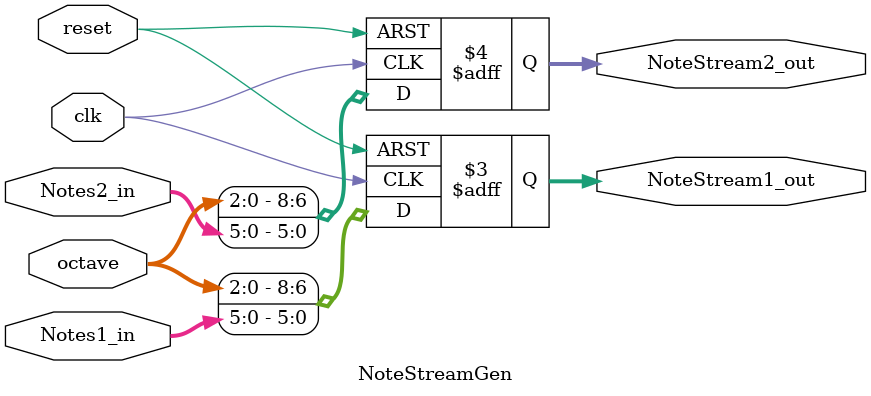
<source format=sv>
module NoteStreamGen	(input 	clk,reset,
							input   [2:0]octave,
							input   [5:0]Notes1_in,
							input   [5:0]Notes2_in,
							output logic [8:0]NoteStream1_out,
							output logic [8:0]NoteStream2_out);
//wire [2:0]octave;
always @ (posedge clk or negedge reset)
begin
if(!reset)
	begin
		NoteStream1_out <= 0;
		NoteStream2_out <= 0;
	end
else
begin
	NoteStream1_out = {octave,Notes1_in};
	NoteStream2_out = {octave,Notes2_in};
end
end
endmodule
</source>
